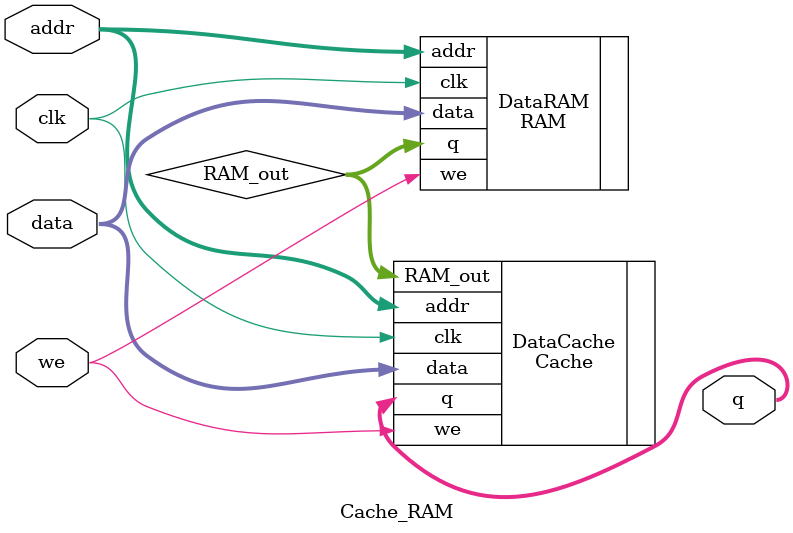
<source format=v>
module Cache_RAM(clk, addr, data, we, q);
	input [31:0] addr;
	input [31:0] data;
	input we, clk;
	output [31:0] q;
	
	wire [31: 0]RAM_out;

	RAM DataRAM(.clk(clk), .addr(addr), .data(data), .we(we), .q(RAM_out));
	Cache DataCache(.clk(clk), .addr(addr), .data(data), .we(we), .RAM_out(RAM_out), .q(q));
	
endmodule

</source>
